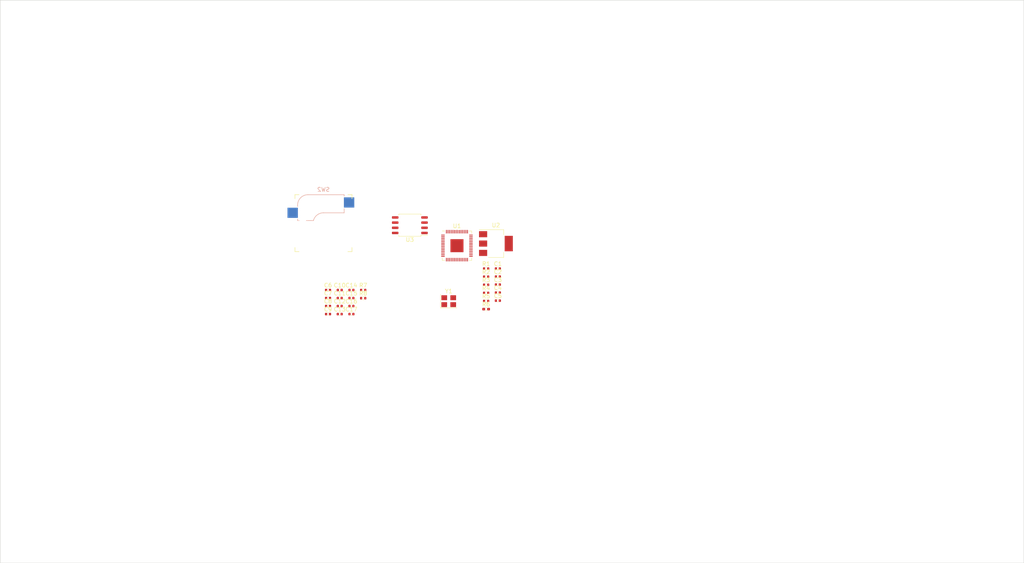
<source format=kicad_pcb>
(kicad_pcb (version 20221018) (generator pcbnew)
  (layers (0 "F.Cu" signal) (31 "B.Cu" signal) (34 "B.Paste" user) (35 "F.Paste" user) (36 "B.SilkS" user "B.Silkscreen") (37 "F.SilkS" user "F.Silkscreen") (38 "B.Mask" user) (39 "F.Mask" user) (44 "Edge.Cuts" user))
  (net 0 "")
  (net 1 "VBUS")
  (net 2 "GND")
  (net 3 "+3.3V")
  (net 4 "Net-(C4-Pad2)")
  (net 5 "Net-(J1-SHIELD)")
  (net 6 "Net-(J1-CC2)")
  (net 7 "Net-(J1-CC1)")
  (net 8 "/Main/RUN")
  (net 17 "+1V1")
  (net 18 "Net-(R5-Pad1)")
  (net 19 "Net-(U1-USB_DM)")
  (net 20 "Net-(U1-USB_DP)")
  (net 21 "/Main/XIN")
  (net 22 "/Main/XOUT")
  (net 23 "/Main/QSPI_SS")
  (net 24 "/Main/D-")
  (net 25 "/Main/D+")
  (net 26 "A1")
  (net 27 "SDA")
  (net 28 "SLC")
  (net 29 "UP")
  (net 30 "DOWN")
  (net 31 "RIGHT")
  (net 32 "LEFT")
  (net 33 "B1")
  (net 34 "B2")
  (net 35 "R2")
  (net 36 "L2")
  (net 37 "B3")
  (net 38 "B4")
  (net 39 "R1")
  (net 40 "L1")
  (net 41 "TURBO")
  (net 42 "T LED")
  (net 43 "/Main/SWCLK")
  (net 44 "/Main/SWDIO")
  (net 45 "S1")
  (net 46 "S2")
  (net 47 "L3")
  (net 48 "R3")
  (net 49 "A2")
  (net 50 "/Main/QSPI_SD3")
  (net 51 "/Main/QSPI_SCLK")
  (net 52 "/Main/QSPI_SD0")
  (net 53 "/Main/QSPI_SD2")
  (net 54 "/Main/QSPI_SD1")
  (footprint "Capacitor_SMD:C_0402_1005Metric" (layer "F.Cu") (at 147.0686 87.9796)
    (fp_text reference "C1" (at 0 -1.16) (layer "F.SilkS"))
    (fp_text value "10u")
    (fp_line (start -0.107836 -0.36) (end 0.107836 -0.36) (stroke (width 0.12)) (layer "F.SilkS"))
    (fp_line (start -0.107836 0.36) (end 0.107836 0.36) (stroke (width 0.12)) (layer "F.SilkS"))
    (pad "1" smd roundrect (at -0.48 0) (size 0.56 0.62) (layers "F.Cu" "F.Paste" "F.Mask") (net 1 "VBUS"))
    (pad "2" smd roundrect (at 0.48 0) (size 0.56 0.62) (layers "F.Cu" "F.Paste" "F.Mask") (net 2 "GND"))
  )
  (footprint "Crystal:Crystal_SMD_3225-4Pin_3.2x2.5mm" (layer "F.Cu") (at 134.9986 95.9896)
    (fp_text reference "Y1" (at 0 -2.45) (layer "F.SilkS"))
    (fp_text value "ABM8-272-T3")
    (fp_line (start -2 -1.65) (end -2 1.65) (stroke (width 0.12)) (layer "F.SilkS"))
    (fp_line (start -2 1.65) (end 2 1.65) (stroke (width 0.12)) (layer "F.SilkS"))
    (pad "1" smd rect (at -1.1 0.85) (size 1.4 1.2) (layers "F.Cu" "F.Paste" "F.Mask") (net 21 "/Main/XIN"))
    (pad "2" smd rect (at 1.1 0.85) (size 1.4 1.2) (layers "F.Cu" "F.Paste" "F.Mask") (net 2 "GND"))
    (pad "3" smd rect (at 1.1 -0.85) (size 1.4 1.2) (layers "F.Cu" "F.Paste" "F.Mask") (net 4 "Net-(C4-Pad2)"))
    (pad "4" smd rect (at -1.1 -0.85) (size 1.4 1.2) (layers "F.Cu" "F.Paste" "F.Mask") (net 2 "GND"))
  )
  (footprint "Capacitor_SMD:C_0402_1005Metric" (layer "F.Cu") (at 105.3632 99.16)
    (fp_text reference "C9" (at 0 -1.16) (layer "F.SilkS"))
    (fp_text value "100n")
    (fp_line (start -0.107836 -0.36) (end 0.107836 -0.36) (stroke (width 0.12)) (layer "F.SilkS"))
    (fp_line (start -0.107836 0.36) (end 0.107836 0.36) (stroke (width 0.12)) (layer "F.SilkS"))
    (pad "1" smd roundrect (at -0.48 0) (size 0.56 0.62) (layers "F.Cu" "F.Paste" "F.Mask") (net 17 "+1V1"))
    (pad "2" smd roundrect (at 0.48 0) (size 0.56 0.62) (layers "F.Cu" "F.Paste" "F.Mask") (net 2 "GND"))
  )
  (footprint "Capacitor_SMD:C_0402_1005Metric" (layer "F.Cu") (at 105.3632 95.22)
    (fp_text reference "C7" (at 0 -1.16) (layer "F.SilkS"))
    (fp_text value "1u")
    (fp_line (start -0.107836 -0.36) (end 0.107836 -0.36) (stroke (width 0.12)) (layer "F.SilkS"))
    (fp_line (start -0.107836 0.36) (end 0.107836 0.36) (stroke (width 0.12)) (layer "F.SilkS"))
    (pad "1" smd roundrect (at -0.48 0) (size 0.56 0.62) (layers "F.Cu" "F.Paste" "F.Mask") (net 3 "+3.3V"))
    (pad "2" smd roundrect (at 0.48 0) (size 0.56 0.62) (layers "F.Cu" "F.Paste" "F.Mask") (net 2 "GND"))
  )
  (footprint "Capacitor_SMD:C_0402_1005Metric" (layer "F.Cu") (at 105.3632 97.19)
    (fp_text reference "C8" (at 0 -1.16) (layer "F.SilkS"))
    (fp_text value "100n")
    (fp_line (start -0.107836 -0.36) (end 0.107836 -0.36) (stroke (width 0.12)) (layer "F.SilkS"))
    (fp_line (start -0.107836 0.36) (end 0.107836 0.36) (stroke (width 0.12)) (layer "F.SilkS"))
    (pad "1" smd roundrect (at -0.48 0) (size 0.56 0.62) (layers "F.Cu" "F.Paste" "F.Mask") (net 17 "+1V1"))
    (pad "2" smd roundrect (at 0.48 0) (size 0.56 0.62) (layers "F.Cu" "F.Paste" "F.Mask") (net 2 "GND"))
  )
  (footprint "Resistor_SMD:R_0402_1005Metric" (layer "F.Cu") (at 144.1786 93.9596)
    (fp_text reference "R4" (at 0 -1.17) (layer "F.SilkS"))
    (fp_text value "1K")
    (fp_line (start -0.153641 -0.38) (end 0.153641 -0.38) (stroke (width 0.12)) (layer "F.SilkS"))
    (fp_line (start -0.153641 0.38) (end 0.153641 0.38) (stroke (width 0.12)) (layer "F.SilkS"))
    (pad "1" smd roundrect (at -0.51 0) (size 0.54 0.64) (layers "F.Cu" "F.Paste" "F.Mask") (net 4 "Net-(C4-Pad2)"))
    (pad "2" smd roundrect (at 0.51 0) (size 0.54 0.64) (layers "F.Cu" "F.Paste" "F.Mask") (net 22 "/Main/XOUT"))
  )
  (footprint "Capacitor_SMD:C_0402_1005Metric" (layer "F.Cu") (at 111.1032 95.22)
    (fp_text reference "C15" (at 0 -1.16) (layer "F.SilkS"))
    (fp_text value "100n")
    (fp_line (start -0.107836 -0.36) (end 0.107836 -0.36) (stroke (width 0.12)) (layer "F.SilkS"))
    (fp_line (start -0.107836 0.36) (end 0.107836 0.36) (stroke (width 0.12)) (layer "F.SilkS"))
    (pad "1" smd roundrect (at -0.48 0) (size 0.56 0.62) (layers "F.Cu" "F.Paste" "F.Mask") (net 3 "+3.3V"))
    (pad "2" smd roundrect (at 0.48 0) (size 0.56 0.62) (layers "F.Cu" "F.Paste" "F.Mask") (net 2 "GND"))
  )
  (footprint "Resistor_SMD:R_0402_1005Metric" (layer "F.Cu") (at 144.1786 95.9496)
    (fp_text reference "R5" (at 0 -1.17) (layer "F.SilkS"))
    (fp_text value "1K")
    (fp_line (start -0.153641 -0.38) (end 0.153641 -0.38) (stroke (width 0.12)) (layer "F.SilkS"))
    (fp_line (start -0.153641 0.38) (end 0.153641 0.38) (stroke (width 0.12)) (layer "F.SilkS"))
    (pad "1" smd roundrect (at -0.51 0) (size 0.54 0.64) (layers "F.Cu" "F.Paste" "F.Mask") (net 18 "Net-(R5-Pad1)"))
    (pad "2" smd roundrect (at 0.51 0) (size 0.54 0.64) (layers "F.Cu" "F.Paste" "F.Mask") (net 23 "/Main/QSPI_SS"))
  )
  (footprint "Resistor_SMD:R_0402_1005Metric" (layer "F.Cu") (at 144.1786 89.9796)
    (fp_text reference "R2" (at 0 -1.17) (layer "F.SilkS"))
    (fp_text value "5.11K")
    (fp_line (start -0.153641 -0.38) (end 0.153641 -0.38) (stroke (width 0.12)) (layer "F.SilkS"))
    (fp_line (start -0.153641 0.38) (end 0.153641 0.38) (stroke (width 0.12)) (layer "F.SilkS"))
    (pad "1" smd roundrect (at -0.51 0) (size 0.54 0.64) (layers "F.Cu" "F.Paste" "F.Mask") (net 6 "Net-(J1-CC2)"))
    (pad "2" smd roundrect (at 0.51 0) (size 0.54 0.64) (layers "F.Cu" "F.Paste" "F.Mask") (net 2 "GND"))
  )
  (footprint "Package_TO_SOT_SMD:SOT-223-3_TabPin2" (layer "F.Cu") (at 146.5886 81.8296)
    (fp_text reference "U2" (at 0 -4.5) (layer "F.SilkS"))
    (fp_text value "NCP1117-3.3_SOT223")
    (fp_line (start -4.1 -3.41) (end 1.91 -3.41) (stroke (width 0.12)) (layer "F.SilkS"))
    (fp_line (start -1.85 3.41) (end 1.91 3.41) (stroke (width 0.12)) (layer "F.SilkS"))
    (fp_line (start 1.91 -3.41) (end 1.91 -2.15) (stroke (width 0.12)) (layer "F.SilkS"))
    (fp_line (start 1.91 3.41) (end 1.91 2.15) (stroke (width 0.12)) (layer "F.SilkS"))
    (pad "1" smd rect (at -3.15 -2.3) (size 2 1.5) (layers "F.Cu" "F.Paste" "F.Mask") (net 2 "GND"))
    (pad "2" smd rect (at -3.15 0) (size 2 1.5) (layers "F.Cu" "F.Paste" "F.Mask") (net 3 "+3.3V"))
    (pad "2" smd rect (at 3.15 0) (size 2 3.8) (layers "F.Cu" "F.Paste" "F.Mask") (net 3 "+3.3V"))
    (pad "3" smd rect (at -3.15 2.3) (size 2 1.5) (layers "F.Cu" "F.Paste" "F.Mask") (net 1 "VBUS"))
  )
  (footprint "Capacitor_SMD:C_0402_1005Metric" (layer "F.Cu") (at 111.1032 99.16)
    (fp_text reference "C17" (at 0 -1.16) (layer "F.SilkS"))
    (fp_text value "100n")
    (fp_line (start -0.107836 -0.36) (end 0.107836 -0.36) (stroke (width 0.12)) (layer "F.SilkS"))
    (fp_line (start -0.107836 0.36) (end 0.107836 0.36) (stroke (width 0.12)) (layer "F.SilkS"))
    (pad "1" smd roundrect (at -0.48 0) (size 0.56 0.62) (layers "F.Cu" "F.Paste" "F.Mask") (net 3 "+3.3V"))
    (pad "2" smd roundrect (at 0.48 0) (size 0.56 0.62) (layers "F.Cu" "F.Paste" "F.Mask") (net 2 "GND"))
  )
  (footprint "Capacitor_SMD:C_0402_1005Metric" (layer "F.Cu") (at 111.1032 97.19)
    (fp_text reference "C16" (at 0 -1.16) (layer "F.SilkS"))
    (fp_text value "100n")
    (fp_line (start -0.107836 -0.36) (end 0.107836 -0.36) (stroke (width 0.12)) (layer "F.SilkS"))
    (fp_line (start -0.107836 0.36) (end 0.107836 0.36) (stroke (width 0.12)) (layer "F.SilkS"))
    (pad "1" smd roundrect (at -0.48 0) (size 0.56 0.62) (layers "F.Cu" "F.Paste" "F.Mask") (net 3 "+3.3V"))
    (pad "2" smd roundrect (at 0.48 0) (size 0.56 0.62) (layers "F.Cu" "F.Paste" "F.Mask") (net 2 "GND"))
  )
  (footprint "Capacitor_SMD:C_0402_1005Metric" (layer "F.Cu") (at 108.2332 93.25)
    (fp_text reference "C10" (at 0 -1.16) (layer "F.SilkS"))
    (fp_text value "100n")
    (fp_line (start -0.107836 -0.36) (end 0.107836 -0.36) (stroke (width 0.12)) (layer "F.SilkS"))
    (fp_line (start -0.107836 0.36) (end 0.107836 0.36) (stroke (width 0.12)) (layer "F.SilkS"))
    (pad "1" smd roundrect (at -0.48 0) (size 0.56 0.62) (layers "F.Cu" "F.Paste" "F.Mask") (net 3 "+3.3V"))
    (pad "2" smd roundrect (at 0.48 0) (size 0.56 0.62) (layers "F.Cu" "F.Paste" "F.Mask") (net 2 "GND"))
  )
  (footprint "Capacitor_SMD:C_0402_1005Metric" (layer "F.Cu") (at 147.0686 89.9496)
    (fp_text reference "C2" (at 0 -1.16) (layer "F.SilkS"))
    (fp_text value "10u")
    (fp_line (start -0.107836 -0.36) (end 0.107836 -0.36) (stroke (width 0.12)) (layer "F.SilkS"))
    (fp_line (start -0.107836 0.36) (end 0.107836 0.36) (stroke (width 0.12)) (layer "F.SilkS"))
    (pad "1" smd roundrect (at -0.48 0) (size 0.56 0.62) (layers "F.Cu" "F.Paste" "F.Mask") (net 3 "+3.3V"))
    (pad "2" smd roundrect (at 0.48 0) (size 0.56 0.62) (layers "F.Cu" "F.Paste" "F.Mask") (net 2 "GND"))
  )
  (footprint "Capacitor_SMD:C_0402_1005Metric" (layer "F.Cu") (at 105.3632 93.25)
    (fp_text reference "C6" (at 0 -1.16) (layer "F.SilkS"))
    (fp_text value "1u")
    (fp_line (start -0.107836 -0.36) (end 0.107836 -0.36) (stroke (width 0.12)) (layer "F.SilkS"))
    (fp_line (start -0.107836 0.36) (end 0.107836 0.36) (stroke (width 0.12)) (layer "F.SilkS"))
    (pad "1" smd roundrect (at -0.48 0) (size 0.56 0.62) (layers "F.Cu" "F.Paste" "F.Mask") (net 17 "+1V1"))
    (pad "2" smd roundrect (at 0.48 0) (size 0.56 0.62) (layers "F.Cu" "F.Paste" "F.Mask") (net 2 "GND"))
  )
  (footprint "Capacitor_SMD:C_0402_1005Metric" (layer "F.Cu") (at 108.2332 97.19)
    (fp_text reference "C12" (at 0 -1.16) (layer "F.SilkS"))
    (fp_text value "100n")
    (fp_line (start -0.107836 -0.36) (end 0.107836 -0.36) (stroke (width 0.12)) (layer "F.SilkS"))
    (fp_line (start -0.107836 0.36) (end 0.107836 0.36) (stroke (width 0.12)) (layer "F.SilkS"))
    (pad "1" smd roundrect (at -0.48 0) (size 0.56 0.62) (layers "F.Cu" "F.Paste" "F.Mask") (net 3 "+3.3V"))
    (pad "2" smd roundrect (at 0.48 0) (size 0.56 0.62) (layers "F.Cu" "F.Paste" "F.Mask") (net 2 "GND"))
  )
  (footprint "keyswitches.pretty-2.1:Kailh_socket_MX" (layer "F.Cu") (at 104.2416 76.8096)
    (fp_text reference "SW2" (at 0 -8.255) (layer "B.SilkS") (effects (justify mirror)))
    (fp_text value "SW_Push")
    (fp_line (start -6.35 -4.445) (end -6.35 -4.064) (stroke (width 0.15)) (layer "B.SilkS"))
    (fp_line (start -6.35 -1.016) (end -6.35 -0.635) (stroke (width 0.15)) (layer "B.SilkS"))
    (fp_line (start -5.969 -0.635) (end -6.35 -0.635) (stroke (width 0.15)) (layer "B.SilkS"))
    (fp_line (start -3.81 -6.985) (end 5.08 -6.985) (stroke (width 0.15)) (layer "B.SilkS"))
    (fp_line (start -2.464162 -0.635) (end -4.191 -0.635) (stroke (width 0.15)) (layer "B.SilkS"))
    (fp_line (start 5.08 -6.985) (end 5.08 -6.604) (stroke (width 0.15)) (layer "B.SilkS"))
    (fp_line (start 5.08 -3.556) (end 5.08 -2.54) (stroke (width 0.15)) (layer "B.SilkS"))
    (fp_line (start 5.08 -2.54) (end 0 -2.54) (stroke (width 0.15)) (layer "B.SilkS"))
    (fp_arc (start -6.35 -4.445) (mid -5.606051 -6.241051) (end -3.81 -6.985) (stroke (width 0.15)) (layer "B.SilkS"))
    (fp_arc (start -2.464162 -0.61604) (mid -1.563147 -2.002042) (end 0 -2.54) (stroke (width 0.15)) (layer "B.SilkS"))
    (fp_line (start -7 -6) (end -7 -7) (stroke (width 0.15)) (layer "F.SilkS"))
    (fp_line (start -7 7) (end -7 6) (stroke (width 0.15)) (layer "F.SilkS"))
    (fp_line (start -7 7) (end -6 7) (stroke (width 0.15)) (layer "F.SilkS"))
    (fp_line (start -6 -7) (end -7 -7) (stroke (width 0.15)) (layer "F.SilkS"))
    (fp_line (start 6 7) (end 7 7) (stroke (width 0.15)) (layer "F.SilkS"))
    (fp_line (start 7 -7) (end 6 -7) (stroke (width 0.15)) (layer "F.SilkS"))
    (fp_line (start 7 -7) (end 7 -6) (stroke (width 0.15)) (layer "F.SilkS"))
    (fp_line (start 7 6) (end 7 7) (stroke (width 0.15)) (layer "F.SilkS"))
    (pad "" np_thru_hole circle (at -5.08 0) (size 1.7018 1.7018) (drill 1.7018) (layers "*.Cu" "*.Mask"))
    (pad "" np_thru_hole circle (at -3.81 -2.54) (size 3 3) (drill 3) (layers "*.Cu" "*.Mask"))
    (pad "" np_thru_hole circle (at 0 0) (size 3.9878 3.9878) (drill 3.9878) (layers "*.Cu" "*.Mask"))
    (pad "" np_thru_hole circle (at 2.54 -5.08) (size 3 3) (drill 3) (layers "*.Cu" "*.Mask"))
    (pad "" np_thru_hole circle (at 5.08 0) (size 1.7018 1.7018) (drill 1.7018) (layers "*.Cu" "*.Mask"))
    (pad "1" smd rect (at 6.29 -5.08) (size 2.55 2.5) (layers "B.Cu" "B.Paste" "B.Mask") (net 26 "A1"))
    (pad "2" smd rect (at -7.56 -2.54) (size 2.55 2.5) (layers "B.Cu" "B.Paste" "B.Mask") (net 2 "GND"))
  )
  (footprint "Capacitor_SMD:C_0402_1005Metric" (layer "F.Cu") (at 147.0686 91.9196)
    (fp_text reference "C3" (at 0 -1.16) (layer "F.SilkS"))
    (fp_text value "15p")
    (fp_line (start -0.107836 -0.36) (end 0.107836 -0.36) (stroke (width 0.12)) (layer "F.SilkS"))
    (fp_line (start -0.107836 0.36) (end 0.107836 0.36) (stroke (width 0.12)) (layer "F.SilkS"))
    (pad "1" smd roundrect (at -0.48 0) (size 0.56 0.62) (layers "F.Cu" "F.Paste" "F.Mask") (net 2 "GND"))
    (pad "2" smd roundrect (at 0.48 0) (size 0.56 0.62) (layers "F.Cu" "F.Paste" "F.Mask") (net 21 "/Main/XIN"))
  )
  (footprint "Resistor_SMD:R_0402_1005Metric" (layer "F.Cu") (at 113.9932 93.26)
    (fp_text reference "R7" (at 0 -1.17) (layer "F.SilkS"))
    (fp_text value "27")
    (fp_line (start -0.153641 -0.38) (end 0.153641 -0.38) (stroke (width 0.12)) (layer "F.SilkS"))
    (fp_line (start -0.153641 0.38) (end 0.153641 0.38) (stroke (width 0.12)) (layer "F.SilkS"))
    (pad "1" smd roundrect (at -0.51 0) (size 0.54 0.64) (layers "F.Cu" "F.Paste" "F.Mask") (net 24 "/Main/D-"))
    (pad "2" smd roundrect (at 0.51 0) (size 0.54 0.64) (layers "F.Cu" "F.Paste" "F.Mask") (net 19 "Net-(U1-USB_DM)"))
  )
  (footprint "Resistor_SMD:R_0402_1005Metric_Pad0.72x0.64mm_HandSolder" (layer "F.Cu") (at 144.1786 97.9396)
    (fp_text reference "R6" (at 0 -1.17) (layer "F.SilkS"))
    (fp_text value "DNF")
    (fp_line (start -0.167621 -0.38) (end 0.167621 -0.38) (stroke (width 0.12)) (layer "F.SilkS"))
    (fp_line (start -0.167621 0.38) (end 0.167621 0.38) (stroke (width 0.12)) (layer "F.SilkS"))
    (pad "1" smd roundrect (at -0.5975 0) (size 0.715 0.64) (layers "F.Cu" "F.Paste" "F.Mask") (net 3 "+3.3V"))
    (pad "2" smd roundrect (at 0.5975 0) (size 0.715 0.64) (layers "F.Cu" "F.Paste" "F.Mask") (net 23 "/Main/QSPI_SS"))
  )
  (footprint "Capacitor_SMD:C_0402_1005Metric" (layer "F.Cu") (at 147.0686 95.8596)
    (fp_text reference "C5" (at 0 -1.16) (layer "F.SilkS"))
    (fp_text value "100n")
    (fp_line (start -0.107836 -0.36) (end 0.107836 -0.36) (stroke (width 0.12)) (layer "F.SilkS"))
    (fp_line (start -0.107836 0.36) (end 0.107836 0.36) (stroke (width 0.12)) (layer "F.SilkS"))
    (pad "1" smd roundrect (at -0.48 0) (size 0.56 0.62) (layers "F.Cu" "F.Paste" "F.Mask") (net 3 "+3.3V"))
    (pad "2" smd roundrect (at 0.48 0) (size 0.56 0.62) (layers "F.Cu" "F.Paste" "F.Mask") (net 2 "GND"))
  )
  (footprint "Capacitor_SMD:C_0402_1005Metric" (layer "F.Cu") (at 108.2332 99.16)
    (fp_text reference "C13" (at 0 -1.16) (layer "F.SilkS"))
    (fp_text value "100n")
    (fp_line (start -0.107836 -0.36) (end 0.107836 -0.36) (stroke (width 0.12)) (layer "F.SilkS"))
    (fp_line (start -0.107836 0.36) (end 0.107836 0.36) (stroke (width 0.12)) (layer "F.SilkS"))
    (pad "1" smd roundrect (at -0.48 0) (size 0.56 0.62) (layers "F.Cu" "F.Paste" "F.Mask") (net 3 "+3.3V"))
    (pad "2" smd roundrect (at 0.48 0) (size 0.56 0.62) (layers "F.Cu" "F.Paste" "F.Mask") (net 2 "GND"))
  )
  (footprint "Package_DFN_QFN:QFN-56-1EP_7x7mm_P0.4mm_EP3.2x3.2mm" (layer "F.Cu") (at 137.0186 82.3496)
    (fp_text reference "U1" (at 0 -4.82) (layer "F.SilkS"))
    (fp_text value "RP2040")
    (fp_line (start -3.61 3.61) (end -3.61 2.96) (stroke (width 0.12)) (layer "F.SilkS"))
    (fp_line (start -2.96 -3.61) (end -3.61 -3.61) (stroke (width 0.12)) (layer "F.SilkS"))
    (fp_line (start -2.96 3.61) (end -3.61 3.61) (stroke (width 0.12)) (layer "F.SilkS"))
    (fp_line (start 2.96 -3.61) (end 3.61 -3.61) (stroke (width 0.12)) (layer "F.SilkS"))
    (fp_line (start 2.96 3.61) (end 3.61 3.61) (stroke (width 0.12)) (layer "F.SilkS"))
    (fp_line (start 3.61 -3.61) (end 3.61 -2.96) (stroke (width 0.12)) (layer "F.SilkS"))
    (fp_line (start 3.61 3.61) (end 3.61 2.96) (stroke (width 0.12)) (layer "F.SilkS"))
    (pad "1" smd roundrect (at -3.4375 -2.6) (size 0.875 0.2) (layers "F.Cu" "F.Paste" "F.Mask") (net 3 "+3.3V"))
    (pad "2" smd roundrect (at -3.4375 -2.2) (size 0.875 0.2) (layers "F.Cu" "F.Paste" "F.Mask") (net 27 "SDA"))
    (pad "3" smd roundrect (at -3.4375 -1.8) (size 0.875 0.2) (layers "F.Cu" "F.Paste" "F.Mask") (net 28 "SLC"))
    (pad "4" smd roundrect (at -3.4375 -1.4) (size 0.875 0.2) (layers "F.Cu" "F.Paste" "F.Mask") (net 29 "UP"))
    (pad "5" smd roundrect (at -3.4375 -1) (size 0.875 0.2) (layers "F.Cu" "F.Paste" "F.Mask") (net 30 "DOWN"))
    (pad "6" smd roundrect (at -3.4375 -0.6) (size 0.875 0.2) (layers "F.Cu" "F.Paste" "F.Mask") (net 31 "RIGHT"))
    (pad "7" smd roundrect (at -3.4375 -0.2) (size 0.875 0.2) (layers "F.Cu" "F.Paste" "F.Mask") (net 32 "LEFT"))
    (pad "8" smd roundrect (at -3.4375 0.2) (size 0.875 0.2) (layers "F.Cu" "F.Paste" "F.Mask") (net 33 "B1"))
    (pad "9" smd roundrect (at -3.4375 0.6) (size 0.875 0.2) (layers "F.Cu" "F.Paste" "F.Mask") (net 34 "B2"))
    (pad "10" smd roundrect (at -3.4375 1) (size 0.875 0.2) (layers "F.Cu" "F.Paste" "F.Mask") (net 3 "+3.3V"))
    (pad "11" smd roundrect (at -3.4375 1.4) (size 0.875 0.2) (layers "F.Cu" "F.Paste" "F.Mask") (net 35 "R2"))
    (pad "12" smd roundrect (at -3.4375 1.8) (size 0.875 0.2) (layers "F.Cu" "F.Paste" "F.Mask") (net 36 "L2"))
    (pad "13" smd roundrect (at -3.4375 2.2) (size 0.875 0.2) (layers "F.Cu" "F.Paste" "F.Mask") (net 37 "B3"))
    (pad "14" smd roundrect (at -3.4375 2.6) (size 0.875 0.2) (layers "F.Cu" "F.Paste" "F.Mask") (net 38 "B4"))
    (pad "15" smd roundrect (at -2.6 3.4375) (size 0.2 0.875) (layers "F.Cu" "F.Paste" "F.Mask") (net 39 "R1"))
    (pad "16" smd roundrect (at -2.2 3.4375) (size 0.2 0.875) (layers "F.Cu" "F.Paste" "F.Mask") (net 40 "L1"))
    (pad "17" smd roundrect (at -1.8 3.4375) (size 0.2 0.875) (layers "F.Cu" "F.Paste" "F.Mask") (net 41 "TURBO"))
    (pad "18" smd roundrect (at -1.4 3.4375) (size 0.2 0.875) (layers "F.Cu" "F.Paste" "F.Mask") (net 42 "T LED"))
    (pad "19" smd roundrect (at -1 3.4375) (size 0.2 0.875) (layers "F.Cu" "F.Paste" "F.Mask") (net 2 "GND"))
    (pad "20" smd roundrect (at -0.6 3.4375) (size 0.2 0.875) (layers "F.Cu" "F.Paste" "F.Mask") (net 21 "/Main/XIN"))
    (pad "21" smd roundrect (at -0.2 3.4375) (size 0.2 0.875) (layers "F.Cu" "F.Paste" "F.Mask") (net 22 "/Main/XOUT"))
    (pad "22" smd roundrect (at 0.2 3.4375) (size 0.2 0.875) (layers "F.Cu" "F.Paste" "F.Mask") (net 3 "+3.3V"))
    (pad "23" smd roundrect (at 0.6 3.4375) (size 0.2 0.875) (layers "F.Cu" "F.Paste" "F.Mask") (net 17 "+1V1"))
    (pad "24" smd roundrect (at 1 3.4375) (size 0.2 0.875) (layers "F.Cu" "F.Paste" "F.Mask") (net 43 "/Main/SWCLK"))
    (pad "25" smd roundrect (at 1.4 3.4375) (size 0.2 0.875) (layers "F.Cu" "F.Paste" "F.Mask") (net 44 "/Main/SWDIO"))
    (pad "26" smd roundrect (at 1.8 3.4375) (size 0.2 0.875) (layers "F.Cu" "F.Paste" "F.Mask") (net 8 "/Main/RUN"))
    (pad "27" smd roundrect (at 2.2 3.4375) (size 0.2 0.875) (layers "F.Cu" "F.Paste" "F.Mask") (net 45 "S1"))
    (pad "28" smd roundrect (at 2.6 3.4375) (size 0.2 0.875) (layers "F.Cu" "F.Paste" "F.Mask") (net 46 "S2"))
    (pad "29" smd roundrect (at 3.4375 2.6) (size 0.875 0.2) (layers "F.Cu" "F.Paste" "F.Mask") (net 47 "L3"))
    (pad "30" smd roundrect (at 3.4375 2.2) (size 0.875 0.2) (layers "F.Cu" "F.Paste" "F.Mask") (net 48 "R3"))
    (pad "31" smd roundrect (at 3.4375 1.8) (size 0.875 0.2) (layers "F.Cu" "F.Paste" "F.Mask") (net 26 "A1"))
    (pad "32" smd roundrect (at 3.4375 1.4) (size 0.875 0.2) (layers "F.Cu" "F.Paste" "F.Mask") (net 49 "A2"))
    (pad "33" smd roundrect (at 3.4375 1) (size 0.875 0.2) (layers "F.Cu" "F.Paste" "F.Mask") (net 3 "+3.3V"))
    (pad "34" smd roundrect (at 3.4375 0.6) (size 0.875 0.2) (layers "F.Cu" "F.Paste" "F.Mask"))
    (pad "35" smd roundrect (at 3.4375 0.2) (size 0.875 0.2) (layers "F.Cu" "F.Paste" "F.Mask"))
    (pad "36" smd roundrect (at 3.4375 -0.2) (size 0.875 0.2) (layers "F.Cu" "F.Paste" "F.Mask"))
    (pad "37" smd roundrect (at 3.4375 -0.6) (size 0.875 0.2) (layers "F.Cu" "F.Paste" "F.Mask"))
    (pad "38" smd roundrect (at 3.4375 -1) (size 0.875 0.2) (layers "F.Cu" "F.Paste" "F.Mask"))
    (pad "39" smd roundrect (at 3.4375 -1.4) (size 0.875 0.2) (layers "F.Cu" "F.Paste" "F.Mask"))
    (pad "40" smd roundrect (at 3.4375 -1.8) (size 0.875 0.2) (layers "F.Cu" "F.Paste" "F.Mask"))
    (pad "41" smd roundrect (at 3.4375 -2.2) (size 0.875 0.2) (layers "F.Cu" "F.Paste" "F.Mask"))
    (pad "42" smd roundrect (at 3.4375 -2.6) (size 0.875 0.2) (layers "F.Cu" "F.Paste" "F.Mask") (net 3 "+3.3V"))
    (pad "43" smd roundrect (at 2.6 -3.4375) (size 0.2 0.875) (layers "F.Cu" "F.Paste" "F.Mask") (net 3 "+3.3V"))
    (pad "44" smd roundrect (at 2.2 -3.4375) (size 0.2 0.875) (layers "F.Cu" "F.Paste" "F.Mask") (net 3 "+3.3V"))
    (pad "45" smd roundrect (at 1.8 -3.4375) (size 0.2 0.875) (layers "F.Cu" "F.Paste" "F.Mask") (net 17 "+1V1"))
    (pad "46" smd roundrect (at 1.4 -3.4375) (size 0.2 0.875) (layers "F.Cu" "F.Paste" "F.Mask") (net 19 "Net-(U1-USB_DM)"))
    (pad "47" smd roundrect (at 1 -3.4375) (size 0.2 0.875) (layers "F.Cu" "F.Paste" "F.Mask") (net 20 "Net-(U1-USB_DP)"))
    (pad "48" smd roundrect (at 0.6 -3.4375) (size 0.2 0.875) (layers "F.Cu" "F.Paste" "F.Mask") (net 3 "+3.3V"))
    (pad "49" smd roundrect (at 0.2 -3.4375) (size 0.2 0.875) (layers "F.Cu" "F.Paste" "F.Mask") (net 3 "+3.3V"))
    (pad "50" smd roundrect (at -0.2 -3.4375) (size 0.2 0.875) (layers "F.Cu" "F.Paste" "F.Mask") (net 17 "+1V1"))
    (pad "51" smd roundrect (at -0.6 -3.4375) (size 0.2 0.875) (layers "F.Cu" "F.Paste" "F.Mask") (net 50 "/Main/QSPI_SD3"))
    (pad "52" smd roundrect (at -1 -3.4375) (size 0.2 0.875) (layers "F.Cu" "F.Paste" "F.Mask") (net 51 "/Main/QSPI_SCLK"))
    (pad "53" smd roundrect (at -1.4 -3.4375) (size 0.2 0.875) (layers "F.Cu" "F.Paste" "F.Mask") (net 52 "/Main/QSPI_SD0"))
    (pad "54" smd roundrect (at -1.8 -3.4375) (size 0.2 0.875) (layers "F.Cu" "F.Paste" "F.Mask") (net 53 "/Main/QSPI_SD2"))
    (pad "55" smd roundrect (at -2.2 -3.4375) (size 0.2 0.875) (layers "F.Cu" "F.Paste" "F.Mask") (net 54 "/Main/QSPI_SD1"))
    (pad "56" smd roundrect (at -2.6 -3.4375) (size 0.2 0.875) (layers "F.Cu" "F.Paste" "F.Mask") (net 23 "/Main/QSPI_SS"))
    (pad "57" smd rect (at 0 0) (size 3.2 3.2) (layers "F.Cu" "F.Mask") (net 2 "GND"))
  )
  (footprint "Capacitor_SMD:C_0402_1005Metric" (layer "F.Cu") (at 111.1032 93.25)
    (fp_text reference "C14" (at 0 -1.16) (layer "F.SilkS"))
    (fp_text value "100n")
    (fp_line (start -0.107836 -0.36) (end 0.107836 -0.36) (stroke (width 0.12)) (layer "F.SilkS"))
    (fp_line (start -0.107836 0.36) (end 0.107836 0.36) (stroke (width 0.12)) (layer "F.SilkS"))
    (pad "1" smd roundrect (at -0.48 0) (size 0.56 0.62) (layers "F.Cu" "F.Paste" "F.Mask") (net 3 "+3.3V"))
    (pad "2" smd roundrect (at 0.48 0) (size 0.56 0.62) (layers "F.Cu" "F.Paste" "F.Mask") (net 2 "GND"))
  )
  (footprint "keyswitches.pretty-2.1:Stabilizer_MX_2u" (layer "F.Cu") (at 120.6372 113.7158)
    (fp_text reference "S1" hide)
    (fp_text value "~" hide)
    (pad "" np_thru_hole circle (at -11.9 -6.985) (size 3.048 3.048) (drill 3.048) (layers "*.Cu" "*.Mask"))
    (pad "" np_thru_hole circle (at -11.9 8.255) (size 3.9878 3.9878) (drill 3.9878) (layers "*.Cu" "*.Mask"))
    (pad "" np_thru_hole circle (at 11.9 -6.985) (size 3.048 3.048) (drill 3.048) (layers "*.Cu" "*.Mask"))
    (pad "" np_thru_hole circle (at 11.9 8.255) (size 3.9878 3.9878) (drill 3.9878) (layers "*.Cu" "*.Mask"))
  )
  (footprint "Resistor_SMD:R_0402_1005Metric" (layer "F.Cu") (at 144.1786 91.9696)
    (fp_text reference "R3" (at 0 -1.17) (layer "F.SilkS"))
    (fp_text value "5.11K")
    (fp_line (start -0.153641 -0.38) (end 0.153641 -0.38) (stroke (width 0.12)) (layer "F.SilkS"))
    (fp_line (start -0.153641 0.38) (end 0.153641 0.38) (stroke (width 0.12)) (layer "F.SilkS"))
    (pad "1" smd roundrect (at -0.51 0) (size 0.54 0.64) (layers "F.Cu" "F.Paste" "F.Mask") (net 7 "Net-(J1-CC1)"))
    (pad "2" smd roundrect (at 0.51 0) (size 0.54 0.64) (layers "F.Cu" "F.Paste" "F.Mask") (net 2 "GND"))
  )
  (footprint "Resistor_SMD:R_0402_1005Metric" (layer "F.Cu") (at 113.9932 95.25)
    (fp_text reference "R8" (at 0 -1.17) (layer "F.SilkS"))
    (fp_text value "27")
    (fp_line (start -0.153641 -0.38) (end 0.153641 -0.38) (stroke (width 0.12)) (layer "F.SilkS"))
    (fp_line (start -0.153641 0.38) (end 0.153641 0.38) (stroke (width 0.12)) (layer "F.SilkS"))
    (pad "1" smd roundrect (at -0.51 0) (size 0.54 0.64) (layers "F.Cu" "F.Paste" "F.Mask") (net 25 "/Main/D+"))
    (pad "2" smd roundrect (at 0.51 0) (size 0.54 0.64) (layers "F.Cu" "F.Paste" "F.Mask") (net 20 "Net-(U1-USB_DP)"))
  )
  (footprint "Package_SO:SOIC-8_5.23x5.23mm_P1.27mm" (layer "F.Cu") (at 125.4506 77.3176 180)
    (fp_text reference "U3" (at 0 -3.56) (layer "F.SilkS"))
    (fp_text value "W25Q16JVSS")
    (fp_line (start -2.725 -2.725) (end -2.725 -2.465) (stroke (width 0.12)) (layer "F.SilkS"))
    (fp_line (start -2.725 -2.465) (end -4.4 -2.465) (stroke (width 0.12)) (layer "F.SilkS"))
    (fp_line (start -2.725 2.725) (end -2.725 2.465) (stroke (width 0.12)) (layer "F.SilkS"))
    (fp_line (start 0 -2.725) (end -2.725 -2.725) (stroke (width 0.12)) (layer "F.SilkS"))
    (fp_line (start 0 -2.725) (end 2.725 -2.725) (stroke (width 0.12)) (layer "F.SilkS"))
    (fp_line (start 0 2.725) (end -2.725 2.725) (stroke (width 0.12)) (layer "F.SilkS"))
    (fp_line (start 0 2.725) (end 2.725 2.725) (stroke (width 0.12)) (layer "F.SilkS"))
    (fp_line (start 2.725 -2.725) (end 2.725 -2.465) (stroke (width 0.12)) (layer "F.SilkS"))
    (fp_line (start 2.725 2.725) (end 2.725 2.465) (stroke (width 0.12)) (layer "F.SilkS"))
    (pad "1" smd roundrect (at -3.6 -1.905 180) (size 1.6 0.6) (layers "F.Cu" "F.Paste" "F.Mask") (net 23 "/Main/QSPI_SS"))
    (pad "2" smd roundrect (at -3.6 -0.635 180) (size 1.6 0.6) (layers "F.Cu" "F.Paste" "F.Mask") (net 54 "/Main/QSPI_SD1"))
    (pad "3" smd roundrect (at -3.6 0.635 180) (size 1.6 0.6) (layers "F.Cu" "F.Paste" "F.Mask") (net 53 "/Main/QSPI_SD2"))
    (pad "4" smd roundrect (at -3.6 1.905 180) (size 1.6 0.6) (layers "F.Cu" "F.Paste" "F.Mask") (net 2 "GND"))
    (pad "5" smd roundrect (at 3.6 1.905 180) (size 1.6 0.6) (layers "F.Cu" "F.Paste" "F.Mask") (net 52 "/Main/QSPI_SD0"))
    (pad "6" smd roundrect (at 3.6 0.635 180) (size 1.6 0.6) (layers "F.Cu" "F.Paste" "F.Mask") (net 51 "/Main/QSPI_SCLK"))
    (pad "7" smd roundrect (at 3.6 -0.635 180) (size 1.6 0.6) (layers "F.Cu" "F.Paste" "F.Mask") (net 50 "/Main/QSPI_SD3"))
    (pad "8" smd roundrect (at 3.6 -1.905 180) (size 1.6 0.6) (layers "F.Cu" "F.Paste" "F.Mask") (net 3 "+3.3V"))
  )
  (footprint "Capacitor_SMD:C_0402_1005Metric" (layer "F.Cu") (at 108.2332 95.22)
    (fp_text reference "C11" (at 0 -1.16) (layer "F.SilkS"))
    (fp_text value "100n")
    (fp_line (start -0.107836 -0.36) (end 0.107836 -0.36) (stroke (width 0.12)) (layer "F.SilkS"))
    (fp_line (start -0.107836 0.36) (end 0.107836 0.36) (stroke (width 0.12)) (layer "F.SilkS"))
    (pad "1" smd roundrect (at -0.48 0) (size 0.56 0.62) (layers "F.Cu" "F.Paste" "F.Mask") (net 3 "+3.3V"))
    (pad "2" smd roundrect (at 0.48 0) (size 0.56 0.62) (layers "F.Cu" "F.Paste" "F.Mask") (net 2 "GND"))
  )
  (footprint "Capacitor_SMD:C_0402_1005Metric" (layer "F.Cu") (at 147.0686 93.8896)
    (fp_text reference "C4" (at 0 -1.16) (layer "F.SilkS"))
    (fp_text value "15p")
    (fp_line (start -0.107836 -0.36) (end 0.107836 -0.36) (stroke (width 0.12)) (layer "F.SilkS"))
    (fp_line (start -0.107836 0.36) (end 0.107836 0.36) (stroke (width 0.12)) (layer "F.SilkS"))
    (pad "1" smd roundrect (at -0.48 0) (size 0.56 0.62) (layers "F.Cu" "F.Paste" "F.Mask") (net 2 "GND"))
    (pad "2" smd roundrect (at 0.48 0) (size 0.56 0.62) (layers "F.Cu" "F.Paste" "F.Mask") (net 4 "Net-(C4-Pad2)"))
  )
  (footprint "Resistor_SMD:R_0402_1005Metric" (layer "F.Cu") (at 144.1786 87.9896)
    (fp_text reference "R1" (at 0 -1.17) (layer "F.SilkS"))
    (fp_text value "1M")
    (fp_line (start -0.153641 -0.38) (end 0.153641 -0.38) (stroke (width 0.12)) (layer "F.SilkS"))
    (fp_line (start -0.153641 0.38) (end 0.153641 0.38) (stroke (width 0.12)) (layer "F.SilkS"))
    (pad "1" smd roundrect (at -0.51 0) (size 0.54 0.64) (layers "F.Cu" "F.Paste" "F.Mask") (net 5 "Net-(J1-SHIELD)"))
    (pad "2" smd roundrect (at 0.51 0) (size 0.54 0.64) (layers "F.Cu" "F.Paste" "F.Mask") (net 2 "GND"))
  )
  (gr_rect (start 24.8666 22.0218) (end 276.225 160.3248) (stroke (width 0.1)) (fill none) (layer "Edge.Cuts"))
)
</source>
